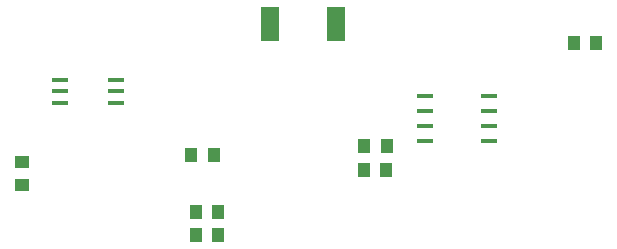
<source format=gbr>
G04 DipTrace Beta 2.9.0.1*
G04 TopPaste.gbr*
%MOIN*%
G04 #@! TF.FileFunction,Paste,Top*
G04 #@! TF.Part,Single*
%ADD44R,0.047118X0.003811*%
%ADD46R,0.053024X0.015622*%
%ADD48R,0.062866X0.117984*%
%ADD54R,0.052X0.017*%
%ADD58R,0.043181X0.051055*%
%ADD60R,0.051055X0.043181*%
%FSLAX26Y26*%
G04*
G70*
G90*
G75*
G01*
G04 TopPaste*
%LPD*%
D60*
X731402Y695402D3*
Y620598D3*
D58*
X2569000Y1094000D3*
X2643803D3*
X1384000Y529000D3*
X1309197D3*
X1384000Y451000D3*
X1309197D3*
D54*
X856500Y894000D3*
Y931500D3*
Y969000D3*
X1044000Y894000D3*
Y931500D3*
Y969000D3*
D58*
X1369000Y719000D3*
X1294197D3*
D48*
X1556500Y1156500D3*
X1776972D3*
D58*
X1869000Y669000D3*
X1943803D3*
X1871509Y749249D3*
X1946312D3*
D46*
X2074000Y766000D3*
Y816000D3*
Y866000D3*
Y916000D3*
X2286598D3*
Y866000D3*
Y816000D3*
Y766000D3*
D44*
X1543000Y841000D3*
Y821315D3*
Y801630D3*
Y781945D3*
Y762260D3*
X1716228D3*
Y781945D3*
Y801630D3*
Y821315D3*
Y841000D3*
M02*

</source>
